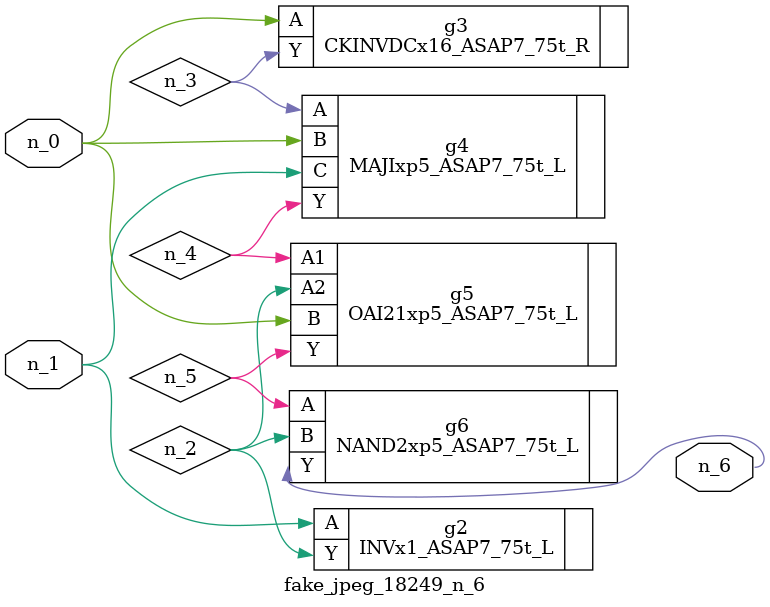
<source format=v>
module fake_jpeg_18249_n_6 (n_0, n_1, n_6);

input n_0;
input n_1;

output n_6;

wire n_2;
wire n_3;
wire n_4;
wire n_5;

INVx1_ASAP7_75t_L g2 ( 
.A(n_1),
.Y(n_2)
);

CKINVDCx16_ASAP7_75t_R g3 ( 
.A(n_0),
.Y(n_3)
);

MAJIxp5_ASAP7_75t_L g4 ( 
.A(n_3),
.B(n_0),
.C(n_1),
.Y(n_4)
);

OAI21xp5_ASAP7_75t_L g5 ( 
.A1(n_4),
.A2(n_2),
.B(n_0),
.Y(n_5)
);

NAND2xp5_ASAP7_75t_L g6 ( 
.A(n_5),
.B(n_2),
.Y(n_6)
);


endmodule
</source>
